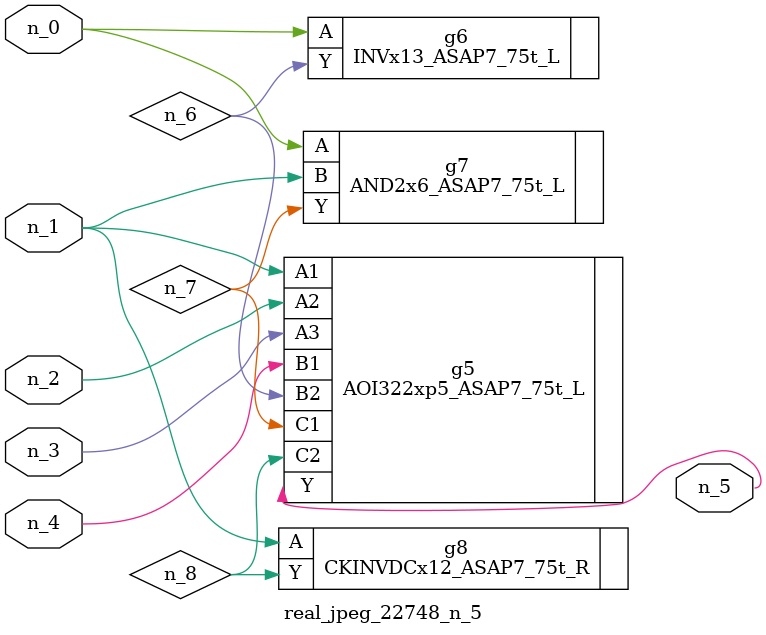
<source format=v>
module real_jpeg_22748_n_5 (n_4, n_0, n_1, n_2, n_3, n_5);

input n_4;
input n_0;
input n_1;
input n_2;
input n_3;

output n_5;

wire n_8;
wire n_6;
wire n_7;

INVx13_ASAP7_75t_L g6 ( 
.A(n_0),
.Y(n_6)
);

AND2x6_ASAP7_75t_L g7 ( 
.A(n_0),
.B(n_1),
.Y(n_7)
);

AOI322xp5_ASAP7_75t_L g5 ( 
.A1(n_1),
.A2(n_2),
.A3(n_3),
.B1(n_4),
.B2(n_6),
.C1(n_7),
.C2(n_8),
.Y(n_5)
);

CKINVDCx12_ASAP7_75t_R g8 ( 
.A(n_1),
.Y(n_8)
);


endmodule
</source>
